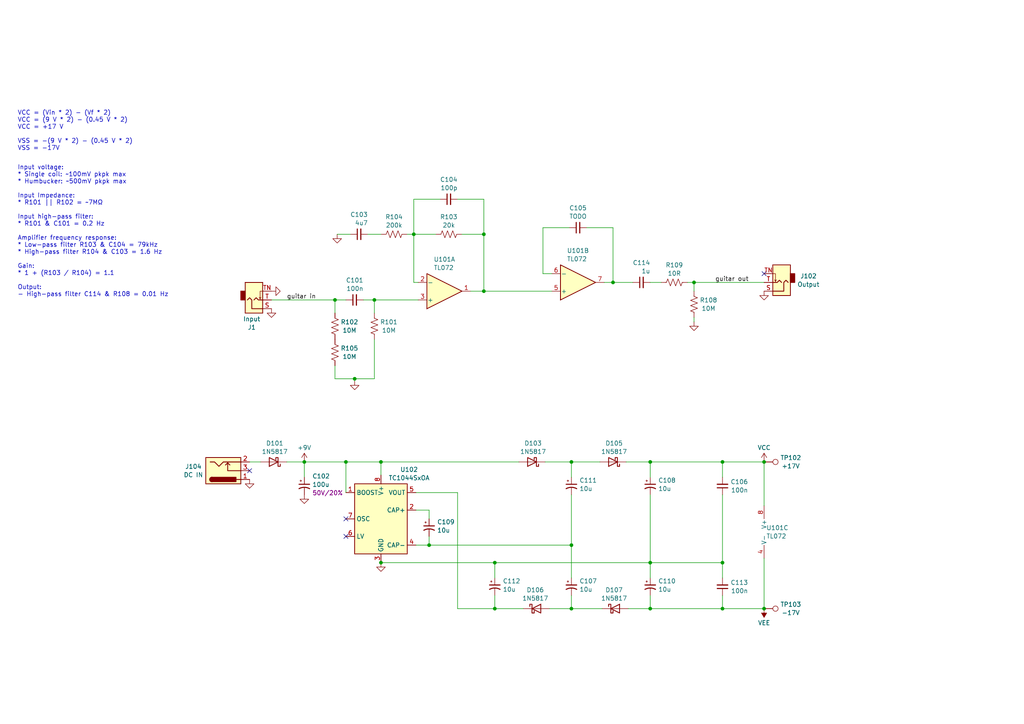
<source format=kicad_sch>
(kicad_sch (version 20230121) (generator eeschema)
  (paper "A4")
  (title_block (title "Coupling Constant") (date "2024-01-20") (rev "v1") (company "Winterbloom") (comment 1 "Alethea Flowers") (comment 2 "CERN-OHL-P V2") (comment 3 "coupling-constant.wntr.dev"))
  (lib_symbols
    (symbol "Amplifier_Operational:TL072" (pin_names (offset 0.127))
      (property "Reference" "U" (at 0 5.08 0))
      (property "Value" "TL072" (at 0 -5.08 0))
      (symbol "TL072_1_1"
        (polyline (pts (xy -5.08 5.08) (xy 5.08 0) (xy -5.08 -5.08) (xy -5.08 5.08)) (stroke (width 0.254)) (fill (type background)))
        (pin output line (at 7.62 0 180) (length 2.54) (name "~") (number "1"))
        (pin input line (at -7.62 -2.54 0) (length 2.54) (name "-") (number "2"))
        (pin input line (at -7.62 2.54 0) (length 2.54) (name "+") (number "3"))
      )
      (symbol "TL072_2_1"
        (polyline (pts (xy -5.08 5.08) (xy 5.08 0) (xy -5.08 -5.08) (xy -5.08 5.08)) (stroke (width 0.254)) (fill (type background)))
        (pin input line (at -7.62 2.54 0) (length 2.54) (name "+") (number "5"))
        (pin input line (at -7.62 -2.54 0) (length 2.54) (name "-") (number "6"))
        (pin output line (at 7.62 0 180) (length 2.54) (name "~") (number "7"))
      )
      (symbol "TL072_3_1"
        (pin power_in line (at -2.54 -7.62 90) (length 3.81) (name "V-") (number "4"))
        (pin power_in line (at -2.54 7.62 270) (length 3.81) (name "V+") (number "8"))
      )
    )
    (symbol "Connector:Barrel_Jack_Switch" (pin_names hide)
      (property "Reference" "J" (at 0 5.334 0))
      (property "Value" "Barrel_Jack_Switch" (at 0 -5.08 0))
      (symbol "Barrel_Jack_Switch_0_1"
        (rectangle (start -5.08 3.81) (end 5.08 -3.81) (stroke (width 0.254)) (fill (type background)))
        (arc (start -3.302 3.175) (mid -3.9343 2.54) (end -3.302 1.905) (stroke (width 0.254)))
        (arc (start -3.302 3.175) (mid -3.9343 2.54) (end -3.302 1.905) (stroke (width 0.254)) (fill (type outline)))
        (polyline (pts (xy 1.27 -2.286) (xy 1.905 -1.651)) (stroke (width 0.254)))
        (polyline (pts (xy 5.08 2.54) (xy 3.81 2.54)) (stroke (width 0.254)))
        (polyline (pts (xy 5.08 0) (xy 1.27 0) (xy 1.27 -2.286) (xy 0.635 -1.651)) (stroke (width 0.254)))
        (polyline (pts (xy -3.81 -2.54) (xy -2.54 -2.54) (xy -1.27 -1.27) (xy 0 -2.54) (xy 2.54 -2.54) (xy 5.08 -2.54)) (stroke (width 0.254)))
        (rectangle (start 3.683 3.175) (end -3.302 1.905) (stroke (width 0.254)) (fill (type outline)))
      )
      (symbol "Barrel_Jack_Switch_1_1"
        (pin passive line (at 7.62 2.54 180) (length 2.54) (name "~") (number "1"))
        (pin passive line (at 7.62 -2.54 180) (length 2.54) (name "~") (number "2"))
        (pin passive line (at 7.62 0 180) (length 2.54) (name "~") (number "3"))
      )
    )
    (symbol "Connector:TestPoint" (pin_numbers hide) (pin_names (offset 0.762) hide)
      (property "Reference" "TP" (at 0 6.858 0))
      (property "Value" "TestPoint" (at 0 5.08 0))
      (symbol "TestPoint_0_1"
        (circle (center 0 3.302) (radius 0.762))
      )
      (symbol "TestPoint_1_1"
        (pin passive line (at 0 0 90) (length 2.54) (name "1") (number "1"))
      )
    )
    (symbol "Connector_Audio:AudioJack2_SwitchT"
      (property "Reference" "J" (at 0 8.89 0))
      (property "Value" "AudioJack2_SwitchT" (at 0 6.35 0))
      (symbol "AudioJack2_SwitchT_0_1"
        (rectangle (start -2.54 0) (end -3.81 -2.54) (stroke (width 0.254)) (fill (type outline)))
        (polyline (pts (xy 1.778 -0.254) (xy 2.032 -0.762)))
        (polyline (pts (xy 0 0) (xy 0.635 -0.635) (xy 1.27 0) (xy 2.54 0)) (stroke (width 0.254)))
        (polyline (pts (xy 2.54 -2.54) (xy 1.778 -2.54) (xy 1.778 -0.254) (xy 1.524 -0.762)))
        (polyline (pts (xy 2.54 2.54) (xy -0.635 2.54) (xy -0.635 0) (xy -1.27 -0.635) (xy -1.905 0)) (stroke (width 0.254)))
        (rectangle (start 2.54 3.81) (end -2.54 -5.08) (stroke (width 0.254)) (fill (type background)))
      )
      (symbol "AudioJack2_SwitchT_1_1"
        (pin passive line (at 5.08 2.54 180) (length 2.54) (name "~") (number "S"))
        (pin passive line (at 5.08 0 180) (length 2.54) (name "~") (number "T"))
        (pin passive line (at 5.08 -2.54 180) (length 2.54) (name "~") (number "TN"))
      )
    )
    (symbol "Device:C_Polarized_Small_US" (pin_numbers hide) (pin_names (offset 0.254) hide)
      (property "Reference" "C" (at 0.254 1.778 0))
      (property "Value" "C_Polarized_Small_US" (at 0.254 -2.032 0))
      (symbol "C_Polarized_Small_US_0_1"
        (polyline (pts (xy -1.524 0.508) (xy 1.524 0.508)) (stroke (width 0.3048)))
        (polyline (pts (xy -1.27 1.524) (xy -0.762 1.524)))
        (polyline (pts (xy -1.016 1.27) (xy -1.016 1.778)))
        (arc (start 1.524 -0.762) (mid 0 -0.3734) (end -1.524 -0.762) (stroke (width 0.3048)))
      )
      (symbol "C_Polarized_Small_US_1_1"
        (pin passive line (at 0 2.54 270) (length 2.032) (name "~") (number "1"))
        (pin passive line (at 0 -2.54 90) (length 2.032) (name "~") (number "2"))
      )
    )
    (symbol "Device:C_Small" (pin_numbers hide) (pin_names (offset 0.254) hide)
      (property "Reference" "C" (at 0.254 1.778 0))
      (property "Value" "C_Small" (at 0.254 -2.032 0))
      (symbol "C_Small_0_1"
        (polyline (pts (xy -1.524 -0.508) (xy 1.524 -0.508)) (stroke (width 0.3302)))
        (polyline (pts (xy -1.524 0.508) (xy 1.524 0.508)) (stroke (width 0.3048)))
      )
      (symbol "C_Small_1_1"
        (pin passive line (at 0 2.54 270) (length 2.032) (name "~") (number "1"))
        (pin passive line (at 0 -2.54 90) (length 2.032) (name "~") (number "2"))
      )
    )
    (symbol "Device:R_US" (pin_numbers hide) (pin_names (offset 0))
      (property "Reference" "R" (at 2.54 0 90))
      (property "Value" "R_US" (at -2.54 0 90))
      (symbol "R_US_0_1"
        (polyline (pts (xy 0 -2.286) (xy 0 -2.54)))
        (polyline (pts (xy 0 2.286) (xy 0 2.54)))
        (polyline (pts (xy 0 -0.762) (xy 1.016 -1.143) (xy 0 -1.524) (xy -1.016 -1.905) (xy 0 -2.286)))
        (polyline (pts (xy 0 0.762) (xy 1.016 0.381) (xy 0 0) (xy -1.016 -0.381) (xy 0 -0.762)))
        (polyline (pts (xy 0 2.286) (xy 1.016 1.905) (xy 0 1.524) (xy -1.016 1.143) (xy 0 0.762)))
      )
      (symbol "R_US_1_1"
        (pin passive line (at 0 3.81 270) (length 1.27) (name "~") (number "1"))
        (pin passive line (at 0 -3.81 90) (length 1.27) (name "~") (number "2"))
      )
    )
    (symbol "Diode:1N5817" (pin_numbers hide) (pin_names (offset 1.016) hide)
      (property "Reference" "D" (at 0 2.54 0))
      (property "Value" "1N5817" (at 0 -2.54 0))
      (symbol "1N5817_0_1"
        (polyline (pts (xy 1.27 0) (xy -1.27 0)))
        (polyline (pts (xy 1.27 1.27) (xy 1.27 -1.27) (xy -1.27 0) (xy 1.27 1.27)) (stroke (width 0.254)))
        (polyline (pts (xy -1.905 0.635) (xy -1.905 1.27) (xy -1.27 1.27) (xy -1.27 -1.27) (xy -0.635 -1.27) (xy -0.635 -0.635)) (stroke (width 0.254)))
      )
      (symbol "1N5817_1_1"
        (pin passive line (at -3.81 0 0) (length 2.54) (name "K") (number "1"))
        (pin passive line (at 3.81 0 180) (length 2.54) (name "A") (number "2"))
      )
    )
    (symbol "power:+9V" (power) (pin_names (offset 0))
      (property "Value" "+9V" (at 0 3.556 0))
      (symbol "+9V_0_1"
        (polyline (pts (xy -0.762 1.27) (xy 0 2.54)))
        (polyline (pts (xy 0 0) (xy 0 2.54)))
        (polyline (pts (xy 0 2.54) (xy 0.762 1.27)))
      )
      (symbol "+9V_1_1"
        (pin power_in line (at 0 0 90) (length 0) hide (name "+9V") (number "1"))
      )
    )
    (symbol "power:GND" (power) (pin_names (offset 0))
      (property "Value" "GND" (at 0 -3.81 0))
      (symbol "GND_0_1"
        (polyline (pts (xy 0 0) (xy 0 -1.27) (xy 1.27 -1.27) (xy 0 -2.54) (xy -1.27 -1.27) (xy 0 -1.27)))
      )
      (symbol "GND_1_1"
        (pin power_in line (at 0 0 270) (length 0) hide (name "GND") (number "1"))
      )
    )
    (symbol "power:VCC" (power) (pin_names (offset 0))
      (property "Value" "VCC" (at 0 3.81 0))
      (symbol "VCC_0_1"
        (polyline (pts (xy -0.762 1.27) (xy 0 2.54)))
        (polyline (pts (xy 0 0) (xy 0 2.54)))
        (polyline (pts (xy 0 2.54) (xy 0.762 1.27)))
      )
      (symbol "VCC_1_1"
        (pin power_in line (at 0 0 90) (length 0) hide (name "VCC") (number "1"))
      )
    )
    (symbol "power:VEE" (power) (pin_names (offset 0))
      (property "Value" "VEE" (at 0 3.81 0))
      (symbol "VEE_0_1"
        (polyline (pts (xy 0 0) (xy 0 2.54)))
        (polyline (pts (xy 0.762 1.27) (xy -0.762 1.27) (xy 0 2.54) (xy 0.762 1.27)) (fill (type outline)))
      )
      (symbol "VEE_1_1"
        (pin power_in line (at 0 0 90) (length 0) hide (name "VEE") (number "1"))
      )
    )
    (symbol "winterbloom:TC1044SxOA"
      (property "Reference" "U" (at -6.35 11.43 0))
      (property "Value" "TC1044SxOA" (at 7.62 11.43 0))
      (symbol "TC1044SxOA_0_1"
        (rectangle (start -7.62 10.16) (end 7.62 -10.16) (stroke (width 0.254)) (fill (type background)))
      )
      (symbol "TC1044SxOA_1_1"
        (pin input line (at -10.16 7.62 0) (length 2.54) (name "BOOST") (number "1"))
        (pin passive line (at 10.16 2.54 180) (length 2.54) (name "CAP+") (number "2"))
        (pin power_in line (at 0 -12.7 90) (length 2.54) (name "GND") (number "3"))
        (pin passive line (at 10.16 -7.62 180) (length 2.54) (name "CAP-") (number "4"))
        (pin power_out line (at 10.16 7.62 180) (length 2.54) (name "VOUT") (number "5"))
        (pin input line (at -10.16 -5.08 0) (length 2.54) (name "LV") (number "6"))
        (pin passive line (at -10.16 0 0) (length 2.54) (name "OSC") (number "7"))
        (pin power_in line (at 0 12.7 270) (length 2.54) (name "V+") (number "8"))
      )
    )
  )
  (junction (at 102.87 109.855))
  (junction (at 209.55 163.195))
  (junction (at 188.595 163.195))
  (junction (at 110.49 133.985))
  (junction (at 124.46 158.115))
  (junction (at 177.8 81.915))
  (junction (at 110.49 163.195))
  (junction (at 88.265 133.985))
  (junction (at 188.595 176.53))
  (junction (at 209.55 133.985))
  (junction (at 140.335 67.945))
  (junction (at 140.335 84.455))
  (junction (at 221.615 176.53))
  (junction (at 188.595 133.985))
  (junction (at 209.55 176.53))
  (junction (at 108.585 86.995))
  (junction (at 165.735 176.53))
  (junction (at 120.015 67.945))
  (junction (at 165.735 158.115))
  (junction (at 100.33 133.985))
  (junction (at 165.735 133.985))
  (junction (at 201.295 81.915))
  (junction (at 143.51 176.53))
  (junction (at 143.51 163.195))
  (junction (at 97.155 86.995))
  (junction (at 221.615 133.985))
  (no_connect (at 100.33 155.575))
  (no_connect (at 72.39 136.525))
  (no_connect (at 100.33 150.495))
  (no_connect (at 221.615 79.375))
  (wire (pts (xy 97.155 86.995) (xy 100.33 86.995)))
  (wire (pts (xy 97.79 67.945) (xy 101.6 67.945)))
  (wire (pts (xy 188.595 176.53) (xy 209.55 176.53)))
  (wire (pts (xy 124.46 158.115) (xy 165.735 158.115)))
  (wire (pts (xy 177.8 66.04) (xy 177.8 81.915)))
  (wire (pts (xy 110.49 133.985) (xy 110.49 137.795)))
  (wire (pts (xy 140.335 57.785) (xy 140.335 67.945)))
  (wire (pts (xy 124.46 147.955) (xy 124.46 150.495)))
  (wire (pts (xy 188.595 176.53) (xy 188.595 172.72)))
  (wire (pts (xy 100.33 142.875) (xy 100.33 133.985)))
  (wire (pts (xy 124.46 158.115) (xy 120.65 158.115)))
  (wire (pts (xy 165.735 143.51) (xy 165.735 158.115)))
  (wire (pts (xy 108.585 109.855) (xy 102.87 109.855)))
  (wire (pts (xy 191.77 81.915) (xy 188.595 81.915)))
  (wire (pts (xy 143.51 176.53) (xy 143.51 172.72)))
  (wire (pts (xy 188.595 143.51) (xy 188.595 163.195)))
  (wire (pts (xy 165.735 133.985) (xy 165.735 138.43)))
  (wire (pts (xy 201.295 93.345) (xy 201.295 92.075)))
  (wire (pts (xy 165.735 158.115) (xy 165.735 167.64)))
  (wire (pts (xy 110.49 133.985) (xy 150.495 133.985)))
  (wire (pts (xy 75.565 133.985) (xy 72.39 133.985)))
  (wire (pts (xy 181.61 133.985) (xy 188.595 133.985)))
  (wire (pts (xy 165.735 176.53) (xy 159.385 176.53)))
  (wire (pts (xy 157.48 66.04) (xy 157.48 79.375)))
  (wire (pts (xy 221.615 133.985) (xy 221.615 146.685)))
  (wire (pts (xy 170.18 66.04) (xy 177.8 66.04)))
  (wire (pts (xy 88.265 133.985) (xy 83.185 133.985)))
  (wire (pts (xy 209.55 133.985) (xy 221.615 133.985)))
  (wire (pts (xy 97.155 109.855) (xy 97.155 106.045)))
  (wire (pts (xy 88.265 133.985) (xy 88.265 138.43)))
  (wire (pts (xy 102.87 110.49) (xy 102.87 109.855)))
  (wire (pts (xy 126.365 67.945) (xy 120.015 67.945)))
  (wire (pts (xy 177.8 81.915) (xy 175.26 81.915)))
  (wire (pts (xy 209.55 143.51) (xy 209.55 163.195)))
  (wire (pts (xy 124.46 155.575) (xy 124.46 158.115)))
  (wire (pts (xy 100.33 133.985) (xy 110.49 133.985)))
  (wire (pts (xy 165.735 172.72) (xy 165.735 176.53)))
  (wire (pts (xy 120.015 67.945) (xy 120.015 81.915)))
  (wire (pts (xy 133.985 67.945) (xy 140.335 67.945)))
  (wire (pts (xy 120.015 81.915) (xy 121.285 81.915)))
  (wire (pts (xy 120.015 57.785) (xy 127.635 57.785)))
  (wire (pts (xy 118.11 67.945) (xy 120.015 67.945)))
  (wire (pts (xy 209.55 172.72) (xy 209.55 176.53)))
  (wire (pts (xy 136.525 84.455) (xy 140.335 84.455)))
  (wire (pts (xy 143.51 176.53) (xy 132.715 176.53)))
  (wire (pts (xy 132.715 57.785) (xy 140.335 57.785)))
  (wire (pts (xy 221.615 176.53) (xy 221.615 161.925)))
  (wire (pts (xy 174.625 176.53) (xy 165.735 176.53)))
  (wire (pts (xy 157.48 79.375) (xy 160.02 79.375)))
  (wire (pts (xy 209.55 176.53) (xy 221.615 176.53)))
  (wire (pts (xy 165.735 133.985) (xy 173.99 133.985)))
  (wire (pts (xy 201.295 81.915) (xy 201.295 84.455)))
  (wire (pts (xy 177.8 81.915) (xy 183.515 81.915)))
  (wire (pts (xy 140.335 84.455) (xy 160.02 84.455)))
  (wire (pts (xy 188.595 176.53) (xy 182.245 176.53)))
  (wire (pts (xy 143.51 163.195) (xy 188.595 163.195)))
  (wire (pts (xy 151.765 176.53) (xy 143.51 176.53)))
  (wire (pts (xy 108.585 86.995) (xy 121.285 86.995)))
  (wire (pts (xy 110.49 163.195) (xy 143.51 163.195)))
  (wire (pts (xy 201.295 81.915) (xy 221.615 81.915)))
  (wire (pts (xy 188.595 133.985) (xy 209.55 133.985)))
  (wire (pts (xy 143.51 163.195) (xy 143.51 167.64)))
  (wire (pts (xy 106.68 67.945) (xy 110.49 67.945)))
  (wire (pts (xy 140.335 67.945) (xy 140.335 84.455)))
  (wire (pts (xy 157.48 66.04) (xy 165.1 66.04)))
  (wire (pts (xy 102.87 109.855) (xy 97.155 109.855)))
  (wire (pts (xy 209.55 133.985) (xy 209.55 138.43)))
  (wire (pts (xy 108.585 98.425) (xy 108.585 109.855)))
  (wire (pts (xy 188.595 163.195) (xy 188.595 167.64)))
  (wire (pts (xy 120.65 142.875) (xy 132.715 142.875)))
  (wire (pts (xy 158.115 133.985) (xy 165.735 133.985)))
  (wire (pts (xy 188.595 133.985) (xy 188.595 138.43)))
  (wire (pts (xy 78.74 86.995) (xy 97.155 86.995)))
  (wire (pts (xy 120.65 147.955) (xy 124.46 147.955)))
  (wire (pts (xy 209.55 167.64) (xy 209.55 163.195)))
  (wire (pts (xy 188.595 163.195) (xy 209.55 163.195)))
  (wire (pts (xy 108.585 90.805) (xy 108.585 86.995)))
  (wire (pts (xy 120.015 67.945) (xy 120.015 57.785)))
  (wire (pts (xy 105.41 86.995) (xy 108.585 86.995)))
  (wire (pts (xy 100.33 133.985) (xy 88.265 133.985)))
  (wire (pts (xy 97.155 90.805) (xy 97.155 86.995)))
  (wire (pts (xy 132.715 142.875) (xy 132.715 176.53)))
  (wire (pts (xy 199.39 81.915) (xy 201.295 81.915)))
  (text "Input voltage:\n* Single coil: ~100mV pkpk max\n* Humbucker: ~500mV pkpk max\n\nInput Impedance:\n* R101 || R102 = ~7MΩ\n\nInput high-pass filter:\n* R101 & C101 = 0.2 Hz\n\nAmplifier frequency response:\n* Low-pass filter R103 & C104 = 79kHz\n* High-pass filter R104 & C103 = 1.6 Hz\n\nGain:\n* 1 + (R103 / R104) = 1.1\n\nOutput:\n- High-pass filter C114 & R108 = 0.01 Hz\n\n" (at 5.08 88.265 0) (effects (font (size 1.27 1.27)) (justify left bottom)))
  (text "VCC = (Vin * 2) - (Vf * 2)\nVCC = (9 V * 2) - (0.45 V * 2)\nVCC = +17 V\n\nVSS = -(9 V * 2) - (0.45 V * 2)\nVSS = -17V" (at 5.08 43.815 0) (effects (font (size 1.27 1.27)) (justify left bottom)))
  (label "guitar in" (at 83.185 86.995 0))
  (label "guitar out" (at 217.17 81.915 180))
  (symbol (lib_id "Connector_Audio:AudioJack2_SwitchT") (at 226.695 81.915 180) (unit 1)
    (property "Reference" "J102" (at 234.4926 80.0679 0))
    (property "Value" "Output" (at 234.4926 82.4921 0))
    (property "Footprint" "Connector_Audio:Jack_6.35mm_Neutrik_NMJ4HCD2_Horizontal" (effects hide))
  )
  (symbol (lib_id "power:VEE") (at 221.615 176.53 180) (unit 1)
    (property "Reference" "#PWR0112" (effects hide))
    (property "Value" "VEE" (at 221.615 180.6631 0))
  )
  (symbol (lib_id "Device:C_Small") (at 209.55 140.97 180) (unit 1)
    (property "Reference" "C106" (at 216.995 139.7515 0) (effects (justify left)))
    (property "Value" "100n" (at 216.995 142.1757 0) (effects (justify left)))
    (property "Footprint" "winterbloom:C_0805_HandSolder" (effects hide))
    (property "Rating" "50V/10%" (effects hide))
    (property "mpn" "CL21B104KBCNNNC" (effects hide))
  )
  (symbol (lib_id "Device:C_Polarized_Small_US") (at 143.51 170.18 0) (unit 1)
    (property "Reference" "C112" (at 145.8214 168.5361 0) (effects (justify left)))
    (property "Value" "10u" (at 145.8214 170.9603 0) (effects (justify left)))
    (property "Footprint" "winterbloom:C_1206_HandSolder" (effects hide))
    (property "Rating" "25V/10%" (effects hide))
    (property "mpn" "GRM21BR61E106KA73L" (effects hide))
  )
  (symbol (lib_id "power:GND") (at 97.79 67.945 0) (unit 1)
    (property "Reference" "#PWR0102" (effects hide))
    (property "Value" "GND" (effects hide))
  )
  (symbol (lib_id "Device:R_US") (at 130.175 67.945 90) (unit 1)
    (property "Reference" "R103" (at 130.175 62.9117 90))
    (property "Value" "20k" (at 130.175 65.3359 90))
    (property "Footprint" "winterbloom:R_0805_HandSolder" (effects hide))
    (property "Rating" "125mW/1%/Thin" (effects hide))
    (property "mpn" "RT0805FRE0720KL" (effects hide))
  )
  (symbol (lib_id "Device:R_US") (at 195.58 81.915 270) (unit 1)
    (property "Reference" "R109" (at 195.58 76.8817 90))
    (property "Value" "10R" (at 195.58 79.3059 90))
    (property "Footprint" "winterbloom:C_0805_HandSolder" (effects hide))
    (property "Rating" "125mW/1%/Thin" (effects hide))
    (property "mpn" "RT0805FRE0710RL" (effects hide))
  )
  (symbol (lib_id "Connector:TestPoint") (at 221.615 133.985 270) (unit 1)
    (property "Reference" "TP102" (at 229.3582 132.7729 90))
    (property "Value" "+17V" (at 229.3582 135.1971 90))
    (property "Footprint" "TestPoint:TestPoint_Pad_D1.0mm" (effects hide))
  )
  (symbol (lib_id "Diode:1N5817") (at 154.305 133.985 180) (unit 1)
    (property "Reference" "D103" (at 154.6225 128.5707 0))
    (property "Value" "1N5817" (at 154.6225 130.9949 0))
    (property "Footprint" "winterbloom:D_SOD-123+SOD-123F" (effects hide))
    (property "Datasheet" "http://www.vishay.com/docs/88525/1n5817.pdf" (effects hide))
    (property "mpn" "B5819W" (effects hide))
    (property "Rating" "40V" (effects hide))
  )
  (symbol (lib_id "Device:C_Small") (at 104.14 67.945 90) (unit 1)
    (property "Reference" "C103" (at 106.7068 62.2386 90) (effects (justify left)))
    (property "Value" "4u7" (at 106.7068 64.6628 90) (effects (justify left)))
    (property "Footprint" "winterbloom:R_0805_HandSolder" (effects hide))
    (property "Rating" "25V/10%" (effects hide))
    (property "mpn" "CL21A475KAQNNNE" (effects hide))
  )
  (symbol (lib_id "Connector_Audio:AudioJack2_SwitchT") (at 73.66 86.995 0) (mirror x) (unit 1)
    (property "Reference" "J1" (at 73.025 94.9493 0))
    (property "Value" "Input" (at 73.025 92.5251 0))
    (property "Footprint" "Connector_Audio:Jack_6.35mm_Neutrik_NMJ4HCD2_Horizontal" (effects hide))
  )
  (symbol (lib_id "Device:C_Polarized_Small_US") (at 124.46 153.035 0) (unit 1)
    (property "Reference" "C109" (at 126.7714 151.3911 0) (effects (justify left)))
    (property "Value" "10u" (at 126.7714 153.8153 0) (effects (justify left)))
    (property "Footprint" "winterbloom:C_1206_HandSolder" (effects hide))
    (property "Rating" "25V/10%" (effects hide))
    (property "mpn" "GRM21BR61E106KA73L" (effects hide))
  )
  (symbol (lib_id "Device:C_Polarized_Small_US") (at 188.595 140.97 0) (unit 1)
    (property "Reference" "C108" (at 190.9064 139.3261 0) (effects (justify left)))
    (property "Value" "10u" (at 190.9064 141.7503 0) (effects (justify left)))
    (property "Footprint" "winterbloom:C_1206_HandSolder" (effects hide))
    (property "Rating" "25V/10%" (effects hide))
    (property "mpn" "GRM21BR61E106KA73L" (effects hide))
  )
  (symbol (lib_id "power:GND") (at 72.39 139.065 0) (unit 1)
    (property "Reference" "#PWR0114" (effects hide))
    (property "Value" "GND" (effects hide))
  )
  (symbol (lib_id "Device:C_Small") (at 167.64 66.04 90) (unit 1)
    (property "Reference" "C105" (at 170.2068 60.3336 90) (effects (justify left)))
    (property "Value" "TODO" (at 170.2068 62.7578 90) (effects (justify left)))
    (property "Footprint" "winterbloom:R_0805_HandSolder" (effects hide))
    (property "Rating" "25V/10%" (effects hide))
  )
  (symbol (lib_id "Connector:Barrel_Jack_Switch") (at 64.77 136.525 0) (mirror x) (unit 1)
    (property "Reference" "J104" (at 56.0954 135.3129 0))
    (property "Value" "DC IN" (at 56.0954 137.7371 0))
    (property "Footprint" "winterbloom:BarrelJack_CUI_PJ-102AH_Horizontal" (effects hide))
    (property "Datasheet" "https://www.mouser.com/datasheet/2/670/pj_102a-1778834.pdf" (effects hide))
    (property "mpn" "PJ-102A" (effects hide))
  )
  (symbol (lib_id "Device:C_Polarized_Small_US") (at 165.735 140.97 0) (unit 1)
    (property "Reference" "C111" (at 168.0464 139.3261 0) (effects (justify left)))
    (property "Value" "10u" (at 168.0464 141.7503 0) (effects (justify left)))
    (property "Footprint" "winterbloom:C_1206_HandSolder" (effects hide))
    (property "Rating" "25V/10%" (effects hide))
    (property "mpn" "GRM21BR61E106KA73L" (effects hide))
  )
  (symbol (lib_id "Device:R_US") (at 97.155 102.235 0) (unit 1)
    (property "Reference" "R105" (at 101.3664 101.0229 0))
    (property "Value" "10M" (at 101.3664 103.4471 0))
    (property "Footprint" "winterbloom:R_0805_HandSolder" (effects hide))
    (property "Rating" "125mW/10%" (effects hide))
    (property "mpn" "RC0805JR-0710ML" (effects hide))
  )
  (symbol (lib_id "Connector:TestPoint") (at 221.615 176.53 270) (unit 1)
    (property "Reference" "TP103" (at 229.3582 175.3179 90))
    (property "Value" "-17V" (at 229.3582 177.7421 90))
    (property "Footprint" "TestPoint:TestPoint_Pad_D1.0mm" (effects hide))
  )
  (symbol (lib_id "Device:C_Small") (at 209.55 170.18 180) (unit 1)
    (property "Reference" "C113" (at 216.995 168.9615 0) (effects (justify left)))
    (property "Value" "100n" (at 216.995 171.3857 0) (effects (justify left)))
    (property "Footprint" "winterbloom:C_0805_HandSolder" (effects hide))
    (property "Rating" "50V/10%" (effects hide))
    (property "mpn" "CL21B104KBCNNNC" (effects hide))
  )
  (symbol (lib_id "Diode:1N5817") (at 79.375 133.985 180) (unit 1)
    (property "Reference" "D101" (at 79.6925 128.5707 0))
    (property "Value" "1N5817" (at 79.6925 130.9949 0))
    (property "Footprint" "winterbloom:D_SOD-123+SOD-123F" (effects hide))
    (property "Datasheet" "http://www.vishay.com/docs/88525/1n5817.pdf" (effects hide))
    (property "mpn" "B5819W" (effects hide))
    (property "Rating" "40V" (effects hide))
  )
  (symbol (lib_id "Amplifier_Operational:TL072") (at 224.155 154.305 0) (unit 3)
    (property "Reference" "U101" (at 222.25 153.0929 0) (effects (justify left)))
    (property "Value" "TL072" (at 222.25 155.5171 0) (effects (justify left)))
    (property "Footprint" "Package_SO:TSSOP-8_4.4x3mm_P0.65mm" (effects hide))
    (property "Datasheet" "http://www.ti.com/lit/ds/symlink/tl071.pdf" (effects hide))
    (property "mpn" "TL072CPWR" (effects hide))
  )
  (symbol (lib_id "power:GND") (at 88.265 143.51 0) (unit 1)
    (property "Reference" "#PWR0108" (effects hide))
    (property "Value" "GND" (effects hide))
  )
  (symbol (lib_id "Amplifier_Operational:TL072") (at 128.905 84.455 0) (mirror x) (unit 1)
    (property "Reference" "U101" (at 125.77 75.2307 0) (effects (justify left)))
    (property "Value" "TL072" (at 125.77 77.6549 0) (effects (justify left)))
    (property "Footprint" "Package_SO:TSSOP-8_4.4x3mm_P0.65mm" (effects hide))
    (property "Datasheet" "http://www.ti.com/lit/ds/symlink/tl071.pdf" (effects hide))
    (property "mpn" "TL072CPWR" (effects hide))
  )
  (symbol (lib_id "power:VCC") (at 221.615 133.985 0) (unit 1)
    (property "Reference" "#PWR0107" (effects hide))
    (property "Value" "VCC" (at 221.615 129.8519 0))
  )
  (symbol (lib_id "power:GND") (at 78.74 89.535 0) (unit 1)
    (property "Reference" "#PWR0103" (effects hide))
    (property "Value" "GND" (effects hide))
  )
  (symbol (lib_id "Device:C_Polarized_Small_US") (at 88.265 140.97 0) (unit 1)
    (property "Reference" "C102" (at 90.5764 138.114 0) (effects (justify left)))
    (property "Value" "100u" (at 90.5764 140.5382 0) (effects (justify left)))
    (property "Footprint" "Capacitor_SMD:CP_Elec_8x10.5" (effects hide))
    (property "mpn" "UUD1V101MNL1GS" (effects hide))
    (property "Rating" "50V/20%" (at 90.5764 142.9624 0) (effects (justify left)))
  )
  (symbol (lib_id "Amplifier_Operational:TL072") (at 167.64 81.915 0) (mirror x) (unit 2)
    (property "Reference" "U101" (at 164.4143 72.6907 0) (effects (justify left)))
    (property "Value" "TL072" (at 164.4143 75.1149 0) (effects (justify left)))
    (property "Footprint" "Package_SO:TSSOP-8_4.4x3mm_P0.65mm" (effects hide))
    (property "Datasheet" "http://www.ti.com/lit/ds/symlink/tl071.pdf" (effects hide))
    (property "mpn" "TL072CPWR" (effects hide))
  )
  (symbol (lib_id "Device:C_Polarized_Small_US") (at 188.595 170.18 0) (unit 1)
    (property "Reference" "C110" (at 190.9064 168.5361 0) (effects (justify left)))
    (property "Value" "10u" (at 190.9064 170.9603 0) (effects (justify left)))
    (property "Footprint" "winterbloom:C_1206_HandSolder" (effects hide))
    (property "Rating" "25V/10%" (effects hide))
    (property "mpn" "GRM21BR61E106KA73L" (effects hide))
  )
  (symbol (lib_id "Device:C_Small") (at 186.055 81.915 90) (unit 1)
    (property "Reference" "C114" (at 188.6218 76.2086 90) (effects (justify left)))
    (property "Value" "1u" (at 188.6218 78.6328 90) (effects (justify left)))
    (property "Footprint" "winterbloom:C_0805_HandSolder" (effects hide))
    (property "Rating" "25V/10%" (effects hide))
    (property "mpn" "CL21A105KBCLNNC" (effects hide))
  )
  (symbol (lib_id "power:GND") (at 110.49 163.195 0) (unit 1)
    (property "Reference" "#PWR0109" (effects hide))
    (property "Value" "GND" (effects hide))
  )
  (symbol (lib_id "Device:R_US") (at 114.3 67.945 90) (unit 1)
    (property "Reference" "R104" (at 114.3 62.9117 90))
    (property "Value" "200k" (at 114.3 65.3359 90))
    (property "Footprint" "winterbloom:R_0805_HandSolder" (effects hide))
    (property "Rating" "125mW/1%/Thin" (effects hide))
    (property "mpn" "RT0805DRD07200KL" (effects hide))
  )
  (symbol (lib_id "Device:R_US") (at 97.155 94.615 0) (unit 1)
    (property "Reference" "R102" (at 101.3664 93.4029 0))
    (property "Value" "10M" (at 101.3664 95.8271 0))
    (property "Footprint" "winterbloom:R_0805_HandSolder" (effects hide))
    (property "Rating" "125mW/10%" (effects hide))
    (property "mpn" "RC0805JR-0710ML" (effects hide))
  )
  (symbol (lib_id "power:GND") (at 102.87 110.49 0) (unit 1)
    (property "Reference" "#PWR0101" (effects hide))
    (property "Value" "GND" (effects hide))
  )
  (symbol (lib_id "power:GND") (at 221.615 84.455 0) (unit 1)
    (property "Reference" "#PWR0111" (effects hide))
    (property "Value" "GND" (effects hide))
  )
  (symbol (lib_id "power:+9V") (at 88.265 133.985 0) (unit 1)
    (property "Reference" "#PWR0113" (effects hide))
    (property "Value" "+9V" (at 88.265 129.8519 0))
  )
  (symbol (lib_id "Device:C_Small") (at 102.87 86.995 90) (unit 1)
    (property "Reference" "C101" (at 105.4368 81.2886 90) (effects (justify left)))
    (property "Value" "100n" (at 105.4368 83.7128 90) (effects (justify left)))
    (property "Footprint" "winterbloom:C_0805_HandSolder" (effects hide))
    (property "Rating" "50V/10%" (effects hide))
    (property "mpn" "CL21B104KBCNNNC" (effects hide))
  )
  (symbol (lib_id "Device:C_Polarized_Small_US") (at 165.735 170.18 0) (unit 1)
    (property "Reference" "C107" (at 168.0464 168.5361 0) (effects (justify left)))
    (property "Value" "10u" (at 168.0464 170.9603 0) (effects (justify left)))
    (property "Footprint" "winterbloom:C_1206_HandSolder" (effects hide))
    (property "Rating" "25V/10%" (effects hide))
    (property "mpn" "GRM21BR61E106KA73L" (effects hide))
  )
  (symbol (lib_id "Diode:1N5817") (at 178.435 176.53 0) (unit 1)
    (property "Reference" "D107" (at 178.1175 171.1157 0))
    (property "Value" "1N5817" (at 178.1175 173.5399 0))
    (property "Footprint" "winterbloom:D_SOD-123+SOD-123F" (effects hide))
    (property "Datasheet" "http://www.vishay.com/docs/88525/1n5817.pdf" (effects hide))
    (property "mpn" "B5819W" (effects hide))
    (property "Rating" "40V" (effects hide))
  )
  (symbol (lib_id "Device:C_Small") (at 130.175 57.785 90) (unit 1)
    (property "Reference" "C104" (at 132.7418 52.0786 90) (effects (justify left)))
    (property "Value" "100p" (at 132.7418 54.5028 90) (effects (justify left)))
    (property "Footprint" "winterbloom:R_0805_HandSolder" (effects hide))
    (property "Rating" "25V/5%" (effects hide))
    (property "mpn" "CC0805JRNPO9BN101" (effects hide))
  )
  (symbol (lib_id "Diode:1N5817") (at 155.575 176.53 0) (unit 1)
    (property "Reference" "D106" (at 155.2575 171.1157 0))
    (property "Value" "1N5817" (at 155.2575 173.5399 0))
    (property "Footprint" "winterbloom:D_SOD-123+SOD-123F" (effects hide))
    (property "Datasheet" "http://www.vishay.com/docs/88525/1n5817.pdf" (effects hide))
    (property "mpn" "B5819W" (effects hide))
    (property "Rating" "40V" (effects hide))
  )
  (symbol (lib_id "Device:R_US") (at 201.295 88.265 180) (unit 1)
    (property "Reference" "R108" (at 205.5064 87.0529 0))
    (property "Value" "10M" (at 205.5064 89.4771 0))
    (property "Footprint" "winterbloom:R_0805_HandSolder" (effects hide))
    (property "Rating" "125mW/10%" (effects hide))
    (property "mpn" "RC0805JR-0710ML" (effects hide))
  )
  (symbol (lib_id "Diode:1N5817") (at 177.8 133.985 180) (unit 1)
    (property "Reference" "D105" (at 178.1175 128.5707 0))
    (property "Value" "1N5817" (at 178.1175 130.9949 0))
    (property "Footprint" "winterbloom:D_SOD-123+SOD-123F" (effects hide))
    (property "Datasheet" "http://www.vishay.com/docs/88525/1n5817.pdf" (effects hide))
    (property "mpn" "B5819W" (effects hide))
    (property "Rating" "40V" (effects hide))
  )
  (symbol (lib_id "power:GND") (at 201.295 93.345 0) (unit 1)
    (property "Reference" "#PWR0106" (effects hide))
    (property "Value" "GND" (effects hide))
  )
  (symbol (lib_id "winterbloom:TC1044SxOA") (at 110.49 150.495 0) (unit 1)
    (property "Reference" "U102" (at 118.6614 136.1907 0))
    (property "Value" "TC1044SxOA" (at 118.6614 138.6149 0))
    (property "Footprint" "Package_SO:SOIC-8_3.9x4.9mm_P1.27mm" (effects hide))
    (property "Datasheet" "http://ww1.microchip.com/downloads/en/DeviceDoc/21469a.pdf" (effects hide))
    (property "mpn" "TC1044SEOA713" (effects hide))
  )
  (symbol (lib_id "Device:R_US") (at 108.585 94.615 0) (unit 1)
    (property "Reference" "R101" (at 112.7964 93.4029 0))
    (property "Value" "10M" (at 112.7964 95.8271 0))
    (property "Footprint" "winterbloom:R_0805_HandSolder" (effects hide))
    (property "Rating" "125mW/10%" (effects hide))
    (property "mpn" "RC0805JR-0710ML" (effects hide))
  )
  (symbol (lib_id "power:GND") (at 78.74 84.455 90) (unit 1)
    (property "Reference" "#PWR0105" (effects hide))
    (property "Value" "GND" (effects hide))
  )
)
</source>
